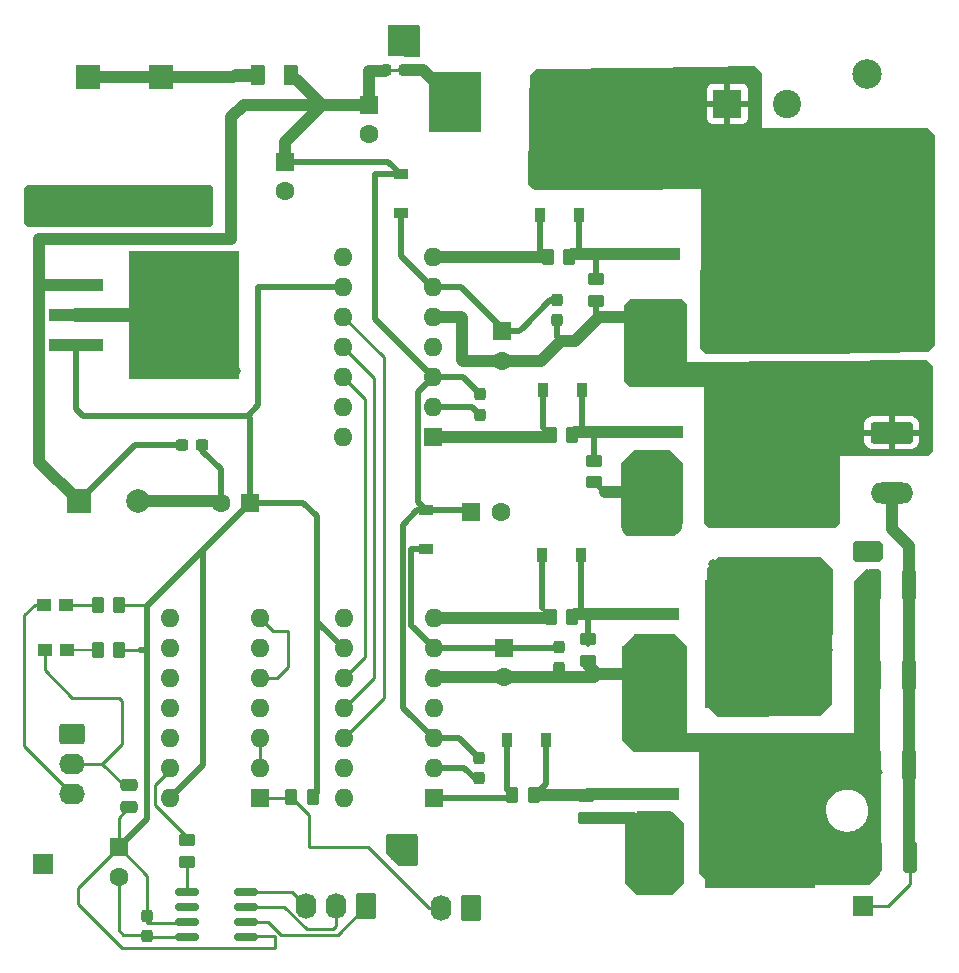
<source format=gtl>
%TF.GenerationSoftware,KiCad,Pcbnew,(6.0.1)*%
%TF.CreationDate,2022-11-04T14:47:35-07:00*%
%TF.ProjectId,TxRev3a,54785265-7633-4612-9e6b-696361645f70,rev?*%
%TF.SameCoordinates,Original*%
%TF.FileFunction,Copper,L1,Top*%
%TF.FilePolarity,Positive*%
%FSLAX46Y46*%
G04 Gerber Fmt 4.6, Leading zero omitted, Abs format (unit mm)*
G04 Created by KiCad (PCBNEW (6.0.1)) date 2022-11-04 14:47:35*
%MOMM*%
%LPD*%
G01*
G04 APERTURE LIST*
G04 Aperture macros list*
%AMRoundRect*
0 Rectangle with rounded corners*
0 $1 Rounding radius*
0 $2 $3 $4 $5 $6 $7 $8 $9 X,Y pos of 4 corners*
0 Add a 4 corners polygon primitive as box body*
4,1,4,$2,$3,$4,$5,$6,$7,$8,$9,$2,$3,0*
0 Add four circle primitives for the rounded corners*
1,1,$1+$1,$2,$3*
1,1,$1+$1,$4,$5*
1,1,$1+$1,$6,$7*
1,1,$1+$1,$8,$9*
0 Add four rect primitives between the rounded corners*
20,1,$1+$1,$2,$3,$4,$5,0*
20,1,$1+$1,$4,$5,$6,$7,0*
20,1,$1+$1,$6,$7,$8,$9,0*
20,1,$1+$1,$8,$9,$2,$3,0*%
G04 Aperture macros list end*
%TA.AperFunction,SMDPad,CuDef*%
%ADD10RoundRect,0.225000X-0.225000X-0.250000X0.225000X-0.250000X0.225000X0.250000X-0.225000X0.250000X0*%
%TD*%
%TA.AperFunction,SMDPad,CuDef*%
%ADD11RoundRect,0.250000X0.475000X-0.250000X0.475000X0.250000X-0.475000X0.250000X-0.475000X-0.250000X0*%
%TD*%
%TA.AperFunction,SMDPad,CuDef*%
%ADD12RoundRect,0.250000X0.325000X1.100000X-0.325000X1.100000X-0.325000X-1.100000X0.325000X-1.100000X0*%
%TD*%
%TA.AperFunction,ComponentPad*%
%ADD13R,2.400000X2.400000*%
%TD*%
%TA.AperFunction,ComponentPad*%
%ADD14C,2.400000*%
%TD*%
%TA.AperFunction,SMDPad,CuDef*%
%ADD15R,0.900000X1.200000*%
%TD*%
%TA.AperFunction,SMDPad,CuDef*%
%ADD16R,1.200000X0.900000*%
%TD*%
%TA.AperFunction,SMDPad,CuDef*%
%ADD17RoundRect,0.150000X-0.825000X-0.150000X0.825000X-0.150000X0.825000X0.150000X-0.825000X0.150000X0*%
%TD*%
%TA.AperFunction,SMDPad,CuDef*%
%ADD18R,4.600000X1.100000*%
%TD*%
%TA.AperFunction,SMDPad,CuDef*%
%ADD19R,9.400000X10.800000*%
%TD*%
%TA.AperFunction,ComponentPad*%
%ADD20R,1.600000X1.600000*%
%TD*%
%TA.AperFunction,ComponentPad*%
%ADD21C,1.600000*%
%TD*%
%TA.AperFunction,SMDPad,CuDef*%
%ADD22RoundRect,0.250000X-0.262500X-0.450000X0.262500X-0.450000X0.262500X0.450000X-0.262500X0.450000X0*%
%TD*%
%TA.AperFunction,SMDPad,CuDef*%
%ADD23R,4.500000X5.100000*%
%TD*%
%TA.AperFunction,ComponentPad*%
%ADD24RoundRect,0.250000X0.620000X0.845000X-0.620000X0.845000X-0.620000X-0.845000X0.620000X-0.845000X0*%
%TD*%
%TA.AperFunction,ComponentPad*%
%ADD25O,1.740000X2.190000*%
%TD*%
%TA.AperFunction,SMDPad,CuDef*%
%ADD26RoundRect,0.250000X0.262500X0.450000X-0.262500X0.450000X-0.262500X-0.450000X0.262500X-0.450000X0*%
%TD*%
%TA.AperFunction,ComponentPad*%
%ADD27R,2.000000X2.000000*%
%TD*%
%TA.AperFunction,ComponentPad*%
%ADD28C,2.000000*%
%TD*%
%TA.AperFunction,SMDPad,CuDef*%
%ADD29RoundRect,0.250000X-0.450000X0.262500X-0.450000X-0.262500X0.450000X-0.262500X0.450000X0.262500X0*%
%TD*%
%TA.AperFunction,SMDPad,CuDef*%
%ADD30RoundRect,0.237500X-0.237500X0.300000X-0.237500X-0.300000X0.237500X-0.300000X0.237500X0.300000X0*%
%TD*%
%TA.AperFunction,ComponentPad*%
%ADD31R,1.700000X1.700000*%
%TD*%
%TA.AperFunction,SMDPad,CuDef*%
%ADD32R,1.200000X1.050000*%
%TD*%
%TA.AperFunction,SMDPad,CuDef*%
%ADD33RoundRect,0.250000X-0.375000X-0.625000X0.375000X-0.625000X0.375000X0.625000X-0.375000X0.625000X0*%
%TD*%
%TA.AperFunction,ComponentPad*%
%ADD34O,1.600000X1.600000*%
%TD*%
%TA.AperFunction,ComponentPad*%
%ADD35RoundRect,0.250000X-1.550000X0.650000X-1.550000X-0.650000X1.550000X-0.650000X1.550000X0.650000X0*%
%TD*%
%TA.AperFunction,ComponentPad*%
%ADD36O,3.600000X1.800000*%
%TD*%
%TA.AperFunction,ComponentPad*%
%ADD37RoundRect,0.250000X-0.845000X0.620000X-0.845000X-0.620000X0.845000X-0.620000X0.845000X0.620000X0*%
%TD*%
%TA.AperFunction,ComponentPad*%
%ADD38O,2.190000X1.740000*%
%TD*%
%TA.AperFunction,SMDPad,CuDef*%
%ADD39R,2.000000X2.000000*%
%TD*%
%TA.AperFunction,SMDPad,CuDef*%
%ADD40RoundRect,0.237500X-0.300000X-0.237500X0.300000X-0.237500X0.300000X0.237500X-0.300000X0.237500X0*%
%TD*%
%TA.AperFunction,ViaPad*%
%ADD41C,0.800000*%
%TD*%
%TA.AperFunction,ViaPad*%
%ADD42C,2.500000*%
%TD*%
%TA.AperFunction,Conductor*%
%ADD43C,1.016000*%
%TD*%
%TA.AperFunction,Conductor*%
%ADD44C,0.250000*%
%TD*%
%TA.AperFunction,Conductor*%
%ADD45C,0.508000*%
%TD*%
%TA.AperFunction,Conductor*%
%ADD46C,1.168400*%
%TD*%
%TA.AperFunction,Conductor*%
%ADD47C,0.500000*%
%TD*%
%TA.AperFunction,Conductor*%
%ADD48C,1.060000*%
%TD*%
%TA.AperFunction,Conductor*%
%ADD49C,0.200000*%
%TD*%
G04 APERTURE END LIST*
D10*
%TO.P,R0,1*%
%TO.N,VCCIN*%
X158483000Y-51257200D03*
%TO.P,R0,2*%
X160033000Y-51257200D03*
%TD*%
D11*
%TO.P,C14,1*%
%TO.N,+5V*%
X136753600Y-113675200D03*
%TO.P,C14,2*%
%TO.N,N/C*%
X136753600Y-111775200D03*
%TD*%
D12*
%TO.P,C4,1*%
%TO.N,Net-(C4-Pad1)*%
X202770003Y-94869000D03*
%TO.P,C4,2*%
%TO.N,Net-(C11-Pad2)*%
X199820000Y-94869000D03*
%TD*%
%TO.P,C5,1*%
%TO.N,Net-(C4-Pad1)*%
X202770000Y-102489000D03*
%TO.P,C5,2*%
%TO.N,Net-(C11-Pad2)*%
X199820000Y-102489000D03*
%TD*%
%TO.P,C6,1*%
%TO.N,Net-(C4-Pad1)*%
X202770000Y-110109000D03*
%TO.P,C6,2*%
%TO.N,Net-(C11-Pad2)*%
X199820000Y-110109000D03*
%TD*%
%TO.P,C7,1*%
%TO.N,Net-(C4-Pad1)*%
X202897000Y-117856000D03*
%TO.P,C7,2*%
%TO.N,Net-(C11-Pad2)*%
X199946997Y-117856000D03*
%TD*%
D13*
%TO.P,C52,1*%
%TO.N,/+12_FIL*%
X187422785Y-54102000D03*
D14*
%TO.P,C52,2*%
%TO.N,GND*%
X192422785Y-54102000D03*
%TD*%
D15*
%TO.P,D1,1,K*%
%TO.N,Net-(D1-Pad1)*%
X171578000Y-63500000D03*
%TO.P,D1,2,A*%
%TO.N,Net-(D1-Pad2)*%
X174878000Y-63500000D03*
%TD*%
%TO.P,D2,1,K*%
%TO.N,Net-(D2-Pad1)*%
X171832000Y-78359000D03*
%TO.P,D2,2,A*%
%TO.N,Net-(D2-Pad2)*%
X175132000Y-78359000D03*
%TD*%
D16*
%TO.P,D3,1,K*%
%TO.N,Net-(C1-Pad1)*%
X159766000Y-63372000D03*
%TO.P,D3,2,A*%
%TO.N,VCCIN*%
X159766000Y-60072000D03*
%TD*%
D15*
%TO.P,D4,1,K*%
%TO.N,Net-(D4-Pad1)*%
X168730000Y-107950000D03*
%TO.P,D4,2,A*%
%TO.N,Net-(D4-Pad2)*%
X172030000Y-107950000D03*
%TD*%
%TO.P,D5,1,K*%
%TO.N,Net-(D5-Pad1)*%
X171705000Y-92329000D03*
%TO.P,D5,2,A*%
%TO.N,Net-(D5-Pad2)*%
X175005000Y-92329000D03*
%TD*%
D16*
%TO.P,D6,1,K*%
%TO.N,Net-(C11-Pad1)*%
X161925000Y-91820000D03*
%TO.P,D6,2,A*%
%TO.N,VCCIN*%
X161925000Y-88520000D03*
%TD*%
D17*
%TO.P,U4,1,OUT1*%
%TO.N,Net-(R10-Pad2)*%
X141670000Y-120800500D03*
%TO.P,U4,2,OUT0*%
%TO.N,unconnected-(U4-Pad2)*%
X141670000Y-122070500D03*
%TO.P,U4,3,VCC*%
%TO.N,+5V*%
X141670000Y-123340500D03*
%TO.P,U4,4,GND*%
%TO.N,GND*%
X141670000Y-124610500D03*
%TO.P,U4,5,CTRL0*%
%TO.N,+5V*%
X146620000Y-124610500D03*
%TO.P,U4,6,CTRL1*%
%TO.N,GND*%
X146620000Y-123340500D03*
%TO.P,U4,7,SDA*%
%TO.N,Net-(J5-Pad2)*%
X146620000Y-122070500D03*
%TO.P,U4,8,SCL*%
%TO.N,Net-(J5-Pad3)*%
X146620000Y-120800500D03*
%TD*%
D18*
%TO.P,U7,1,VI*%
%TO.N,VCCIN*%
X132274000Y-69469000D03*
D19*
%TO.P,U7,2,GND*%
%TO.N,GND*%
X141424000Y-72009000D03*
D18*
X132274000Y-72009000D03*
%TO.P,U7,3,VO*%
%TO.N,+5V*%
X132274000Y-74549000D03*
%TD*%
D20*
%TO.P,C9,1*%
%TO.N,Net-(C11-Pad1)*%
X168475000Y-100140888D03*
D21*
%TO.P,C9,2*%
%TO.N,Net-(C11-Pad2)*%
X168475000Y-102640888D03*
%TD*%
D22*
%TO.P,R2,1*%
%TO.N,Net-(D2-Pad1)*%
X172442500Y-82169000D03*
%TO.P,R2,2*%
%TO.N,Net-(D2-Pad2)*%
X174267500Y-82169000D03*
%TD*%
D23*
%TO.P,L2,1*%
%TO.N,/+12_FIL*%
X173183000Y-53975000D03*
%TO.P,L2,2*%
%TO.N,VCCIN*%
X164383000Y-53975000D03*
%TD*%
D24*
%TO.P,SW1,1,A*%
%TO.N,GND*%
X165735000Y-122154000D03*
D25*
%TO.P,SW1,2,B*%
%TO.N,Net-(D7-Pad1)*%
X163195000Y-122154000D03*
%TD*%
D26*
%TO.P,R13,1*%
%TO.N,+5V*%
X135913500Y-100330000D03*
%TO.P,R13,2*%
%TO.N,Net-(D8-Pad2)*%
X134088500Y-100330000D03*
%TD*%
D27*
%TO.P,C12,1*%
%TO.N,VCCIN*%
X132506323Y-87757000D03*
D28*
%TO.P,C12,2*%
%TO.N,GND*%
X137506323Y-87757000D03*
%TD*%
D29*
%TO.P,R5,1*%
%TO.N,Net-(D1-Pad2)*%
X176276000Y-68937500D03*
%TO.P,R5,2*%
%TO.N,Net-(C1-Pad2)*%
X176276000Y-70762500D03*
%TD*%
D30*
%TO.P,C8,1*%
%TO.N,VCCIN*%
X166370000Y-109475100D03*
%TO.P,C8,2*%
%TO.N,GND*%
X166370000Y-111200100D03*
%TD*%
D31*
%TO.P,TP2,1,1*%
%TO.N,Net-(C4-Pad1)*%
X198882000Y-122047000D03*
%TD*%
D20*
%TO.P,C13,1*%
%TO.N,VCCIN*%
X149987000Y-59015621D03*
D21*
%TO.P,C13,2*%
%TO.N,GND*%
X149987000Y-61515625D03*
%TD*%
D32*
%TO.P,D8,1*%
%TO.N,GND*%
X129606000Y-100330000D03*
%TO.P,D8,2*%
%TO.N,Net-(D8-Pad2)*%
X131506000Y-100330000D03*
%TD*%
D30*
%TO.P,C3,1*%
%TO.N,VCCIN*%
X166471600Y-78690300D03*
%TO.P,C3,2*%
%TO.N,GND*%
X166471600Y-80415300D03*
%TD*%
D22*
%TO.P,R1,1*%
%TO.N,Net-(D1-Pad1)*%
X172188500Y-67056000D03*
%TO.P,R1,2*%
%TO.N,Net-(D1-Pad2)*%
X174013500Y-67056000D03*
%TD*%
D33*
%TO.P,F1,1*%
%TO.N,Net-(F1-Pad1)*%
X147647200Y-51663600D03*
%TO.P,F1,2*%
%TO.N,VCCIN*%
X150447200Y-51663600D03*
%TD*%
D20*
%TO.P,C1,1*%
%TO.N,Net-(C1-Pad1)*%
X168348000Y-73343897D03*
D21*
%TO.P,C1,2*%
%TO.N,Net-(C1-Pad2)*%
X168348000Y-75843888D03*
%TD*%
D29*
%TO.P,R7,1*%
%TO.N,Net-(D5-Pad2)*%
X175641000Y-99417500D03*
%TO.P,R7,2*%
%TO.N,Net-(C11-Pad2)*%
X175641000Y-101242500D03*
%TD*%
D20*
%TO.P,C17,1*%
%TO.N,+5V*%
X135890000Y-117031897D03*
D21*
%TO.P,C17,2*%
%TO.N,GND*%
X135890000Y-119531888D03*
%TD*%
D30*
%TO.P,C18,1*%
%TO.N,+5V*%
X138277600Y-122835500D03*
%TO.P,C18,2*%
%TO.N,GND*%
X138277600Y-124560500D03*
%TD*%
D20*
%TO.P,U2,1*%
%TO.N,Net-(D7-Pad1)*%
X147818000Y-112879000D03*
D34*
%TO.P,U2,2*%
%TO.N,Net-(U2-Pad2)*%
X147818000Y-110339000D03*
%TO.P,U2,3*%
X147818000Y-107799000D03*
%TO.P,U2,4*%
%TO.N,Net-(U1-Pad11)*%
X147818000Y-105259000D03*
%TO.P,U2,5*%
%TO.N,GND*%
X147818000Y-102719000D03*
%TO.P,U2,6*%
%TO.N,unconnected-(U2-Pad6)*%
X147818000Y-100179000D03*
%TO.P,U2,7,GND*%
%TO.N,GND*%
X147818000Y-97639000D03*
%TO.P,U2,8*%
%TO.N,unconnected-(U2-Pad8)*%
X140198000Y-97639000D03*
%TO.P,U2,9*%
%TO.N,GND*%
X140198000Y-100179000D03*
%TO.P,U2,10*%
%TO.N,Net-(U1-Pad12)*%
X140198000Y-102719000D03*
%TO.P,U2,11*%
%TO.N,Net-(U1-Pad10)*%
X140198000Y-105259000D03*
%TO.P,U2,12*%
X140198000Y-107799000D03*
%TO.P,U2,13*%
%TO.N,Net-(J3-Pad1)*%
X140198000Y-110339000D03*
%TO.P,U2,14,VCC*%
%TO.N,+5V*%
X140198000Y-112879000D03*
%TD*%
D18*
%TO.P,Q3,1,G*%
%TO.N,Net-(D5-Pad2)*%
X181042000Y-97282000D03*
D19*
%TO.P,Q3,2,D*%
%TO.N,/+12_FIL*%
X190192000Y-99822000D03*
D18*
%TO.P,Q3,3,S*%
%TO.N,Net-(C11-Pad2)*%
X181042000Y-102362000D03*
%TD*%
D20*
%TO.P,U1,1,LO*%
%TO.N,Net-(D2-Pad1)*%
X162496000Y-82301000D03*
D34*
%TO.P,U1,2,COM*%
%TO.N,GND*%
X162496000Y-79761000D03*
%TO.P,U1,3,VC*%
%TO.N,VCCIN*%
X162496000Y-77221000D03*
%TO.P,U1,4*%
%TO.N,N/C*%
X162496000Y-74681000D03*
%TO.P,U1,5,VS*%
%TO.N,Net-(C1-Pad2)*%
X162496000Y-72141000D03*
%TO.P,U1,6,VB*%
%TO.N,Net-(C1-Pad1)*%
X162496000Y-69601000D03*
%TO.P,U1,7,HO*%
%TO.N,Net-(D1-Pad1)*%
X162496000Y-67061000D03*
%TO.P,U1,8*%
%TO.N,N/C*%
X154876000Y-67061000D03*
%TO.P,U1,9,VDD*%
%TO.N,+5V*%
X154876000Y-69601000D03*
%TO.P,U1,10,HIN*%
%TO.N,Net-(U1-Pad10)*%
X154876000Y-72141000D03*
%TO.P,U1,11,SD*%
%TO.N,Net-(U1-Pad11)*%
X154876000Y-74681000D03*
%TO.P,U1,12,LIN*%
%TO.N,Net-(U1-Pad12)*%
X154876000Y-77221000D03*
%TO.P,U1,13*%
%TO.N,N/C*%
X154876000Y-79761000D03*
%TO.P,U1,14*%
X154876000Y-82301000D03*
%TD*%
D18*
%TO.P,Q1,1,G*%
%TO.N,Net-(D1-Pad2)*%
X181157000Y-66821000D03*
D19*
%TO.P,Q1,2,D*%
%TO.N,/+12_FIL*%
X190307000Y-69361000D03*
D18*
%TO.P,Q1,3,S*%
%TO.N,Net-(C1-Pad2)*%
X181157000Y-71901000D03*
%TD*%
D35*
%TO.P,J2,1,Pin_1*%
%TO.N,Net-(C1-Pad2)*%
X201314500Y-81932500D03*
D36*
%TO.P,J2,2,Pin_2*%
%TO.N,Net-(C4-Pad1)*%
X201314500Y-87012500D03*
%TD*%
D18*
%TO.P,Q4,1,G*%
%TO.N,Net-(D4-Pad2)*%
X181054000Y-112541000D03*
D19*
%TO.P,Q4,2,D*%
%TO.N,Net-(C11-Pad2)*%
X190204000Y-115081000D03*
D18*
%TO.P,Q4,3,S*%
%TO.N,GND*%
X181054000Y-117621000D03*
%TD*%
D37*
%TO.P,J3,1,Pin_1*%
%TO.N,Net-(J3-Pad1)*%
X131933000Y-107442000D03*
D38*
%TO.P,J3,2,Pin_2*%
%TO.N,GND*%
X131933010Y-109982000D03*
%TO.P,J3,3,Pin_3*%
%TO.N,Net-(D7-Pad1)*%
X131933000Y-112522000D03*
%TD*%
D26*
%TO.P,R9,1*%
%TO.N,+5V*%
X152296500Y-112776000D03*
%TO.P,R9,2*%
%TO.N,Net-(D7-Pad1)*%
X150471500Y-112776000D03*
%TD*%
D18*
%TO.P,Q2,1,G*%
%TO.N,Net-(D2-Pad2)*%
X181338012Y-81896001D03*
D19*
%TO.P,Q2,2,D*%
%TO.N,Net-(C1-Pad2)*%
X190488012Y-84436001D03*
D18*
%TO.P,Q2,3,S*%
%TO.N,GND*%
X181338012Y-86976001D03*
%TD*%
D29*
%TO.P,R10,1*%
%TO.N,Net-(J3-Pad1)*%
X141681200Y-116435500D03*
%TO.P,R10,2*%
%TO.N,Net-(R10-Pad2)*%
X141681200Y-118260500D03*
%TD*%
D39*
%TO.P,J4,1,1_1*%
%TO.N,Net-(F1-Pad1)*%
X133285992Y-51822999D03*
%TO.P,J4,2,1_2*%
X139435992Y-51822999D03*
%TO.P,J4,3,2*%
%TO.N,GND*%
X133285992Y-62822999D03*
%TO.P,J4,4,3*%
X139435992Y-62822999D03*
%TD*%
D20*
%TO.P,C50,1*%
%TO.N,+5V*%
X147025995Y-87884000D03*
D21*
%TO.P,C50,2*%
%TO.N,GND*%
X144526000Y-87884000D03*
%TD*%
D29*
%TO.P,R6,1*%
%TO.N,Net-(D2-Pad2)*%
X176149000Y-84304500D03*
%TO.P,R6,2*%
%TO.N,GND*%
X176149000Y-86129500D03*
%TD*%
D31*
%TO.P,TP1,1,1*%
%TO.N,Net-(J3-Pad1)*%
X129500000Y-118500000D03*
%TD*%
D20*
%TO.P,C2,1*%
%TO.N,VCCIN*%
X157099000Y-54189621D03*
D21*
%TO.P,C2,2*%
%TO.N,GND*%
X157099000Y-56689625D03*
%TD*%
D30*
%TO.P,C10,1*%
%TO.N,Net-(C1-Pad1)*%
X173024800Y-70714700D03*
%TO.P,C10,2*%
%TO.N,Net-(C1-Pad2)*%
X173024800Y-72439700D03*
%TD*%
%TO.P,C11,1*%
%TO.N,Net-(C11-Pad1)*%
X173177200Y-100127900D03*
%TO.P,C11,2*%
%TO.N,Net-(C11-Pad2)*%
X173177200Y-101852900D03*
%TD*%
D40*
%TO.P,C51,1*%
%TO.N,VCCIN*%
X141225100Y-83007200D03*
%TO.P,C51,2*%
%TO.N,GND*%
X142950100Y-83007200D03*
%TD*%
D22*
%TO.P,R4,1*%
%TO.N,Net-(D5-Pad1)*%
X172442505Y-97536000D03*
%TO.P,R4,2*%
%TO.N,Net-(D5-Pad2)*%
X174267500Y-97536000D03*
%TD*%
D20*
%TO.P,U3,1,LO*%
%TO.N,Net-(D4-Pad1)*%
X162550000Y-112908000D03*
D34*
%TO.P,U3,2,COM*%
%TO.N,GND*%
X162550000Y-110368000D03*
%TO.P,U3,3,VC*%
%TO.N,VCCIN*%
X162550000Y-107828000D03*
%TO.P,U3,4*%
%TO.N,N/C*%
X162550000Y-105288000D03*
%TO.P,U3,5,VS*%
%TO.N,Net-(C11-Pad2)*%
X162549992Y-102748004D03*
%TO.P,U3,6,VB*%
%TO.N,Net-(C11-Pad1)*%
X162549992Y-100208004D03*
%TO.P,U3,7,HO*%
%TO.N,Net-(D5-Pad1)*%
X162550000Y-97668000D03*
%TO.P,U3,8*%
%TO.N,N/C*%
X154930000Y-97668000D03*
%TO.P,U3,9,VDD*%
%TO.N,+5V*%
X154929992Y-100208004D03*
%TO.P,U3,10,HIN*%
%TO.N,Net-(U1-Pad12)*%
X154930000Y-102748000D03*
%TO.P,U3,11,SD*%
%TO.N,Net-(U1-Pad11)*%
X154929992Y-105288004D03*
%TO.P,U3,12,LIN*%
%TO.N,Net-(U1-Pad10)*%
X154930000Y-107828000D03*
%TO.P,U3,13*%
%TO.N,N/C*%
X154930000Y-110368000D03*
%TO.P,U3,14*%
X154930000Y-112908000D03*
%TD*%
D24*
%TO.P,J5,1,Pin_1*%
%TO.N,GND*%
X156845000Y-122027010D03*
D25*
%TO.P,J5,2,Pin_2*%
%TO.N,Net-(J5-Pad2)*%
X154305000Y-122027000D03*
%TO.P,J5,3,Pin_3*%
%TO.N,Net-(J5-Pad3)*%
X151765000Y-122027000D03*
%TD*%
D20*
%TO.P,C16,1*%
%TO.N,VCCIN*%
X165735000Y-88646000D03*
D21*
%TO.P,C16,2*%
%TO.N,GND*%
X168235000Y-88646000D03*
%TD*%
D32*
%TO.P,D7,1*%
%TO.N,Net-(D7-Pad1)*%
X129550000Y-96500000D03*
%TO.P,D7,2*%
%TO.N,Net-(D7-Pad2)*%
X131450000Y-96500000D03*
%TD*%
D29*
%TO.P,R8,1*%
%TO.N,Net-(D4-Pad2)*%
X175460000Y-112729000D03*
%TO.P,R8,2*%
%TO.N,GND*%
X175460000Y-114554000D03*
%TD*%
D26*
%TO.P,R12,1*%
%TO.N,+5V*%
X135942500Y-96525000D03*
%TO.P,R12,2*%
%TO.N,Net-(D7-Pad2)*%
X134117500Y-96525000D03*
%TD*%
%TO.P,R3,1*%
%TO.N,Net-(D4-Pad2)*%
X171038500Y-112649000D03*
%TO.P,R3,2*%
%TO.N,Net-(D4-Pad1)*%
X169213500Y-112649000D03*
%TD*%
D41*
%TO.N,GND*%
X179499997Y-118999991D03*
X179499997Y-114500000D03*
X180975000Y-89662000D03*
D42*
X199237600Y-51612800D03*
D41*
X182499991Y-119999989D03*
X144272000Y-76708000D03*
X139446000Y-67564000D03*
X142875000Y-62611000D03*
X137922000Y-72009000D03*
X180999994Y-115999997D03*
X180999994Y-119999989D03*
X180999994Y-114500000D03*
X182499991Y-115999997D03*
X139573000Y-72009000D03*
X128905000Y-62611000D03*
X135763000Y-62611000D03*
X182372000Y-89662000D03*
X199186800Y-92100400D03*
X131064000Y-63754000D03*
X140970000Y-67564000D03*
X180975000Y-84201000D03*
X179578000Y-85344000D03*
X180999994Y-118999991D03*
X180975000Y-85344000D03*
X135763000Y-63754000D03*
X141224000Y-76708000D03*
X141732000Y-62611000D03*
X145796000Y-76708000D03*
X139573000Y-76708000D03*
X142875000Y-63754000D03*
X142494000Y-67564000D03*
X137033000Y-62611000D03*
X182372000Y-85344000D03*
X130048000Y-62611000D03*
X142748000Y-76708000D03*
X179578000Y-89662000D03*
X145669000Y-67564000D03*
D42*
X160020000Y-48717200D03*
D41*
X137033000Y-63754000D03*
X145669000Y-72009000D03*
X144145000Y-72009000D03*
X179578000Y-84201000D03*
X137922000Y-67564000D03*
X179578000Y-88392000D03*
X182499991Y-118999991D03*
X142494000Y-72009000D03*
X179499997Y-115999997D03*
X130048000Y-63754000D03*
X180975000Y-88392000D03*
X128905000Y-63754000D03*
X141097000Y-72009000D03*
X130556000Y-72009000D03*
X182499991Y-114500000D03*
X182372000Y-88392000D03*
X179499997Y-119999989D03*
X182372000Y-84201000D03*
D42*
X159867600Y-117195600D03*
D41*
X133731000Y-72009000D03*
X141732000Y-63754000D03*
X131064000Y-62611000D03*
X144145000Y-67564000D03*
X137668000Y-76708000D03*
%TO.N,Net-(C11-Pad2)*%
X189992000Y-116205000D03*
X191262000Y-112776000D03*
X189992000Y-113919000D03*
X188722000Y-110490000D03*
X188722000Y-115062000D03*
X188722000Y-119634000D03*
X188722000Y-117348000D03*
X192532000Y-111633000D03*
X193802000Y-112776000D03*
X187452000Y-111633000D03*
X193802000Y-117348000D03*
X193802000Y-119634000D03*
X192532000Y-118491000D03*
X191262000Y-119634000D03*
X192532000Y-113919000D03*
X186182000Y-115062000D03*
X191262000Y-110490000D03*
X186182000Y-117348000D03*
X187452000Y-116205000D03*
X187452000Y-118491000D03*
X193802000Y-110490000D03*
X193802000Y-115062000D03*
X186182000Y-110490000D03*
X186182000Y-112776000D03*
X186182000Y-119634000D03*
X188722000Y-112776000D03*
X191262000Y-115062000D03*
X189992000Y-111633000D03*
X189992000Y-118491000D03*
X191262000Y-117348000D03*
X187452000Y-113919000D03*
X192532000Y-116205000D03*
%TO.N,Net-(C1-Pad2)*%
X191770000Y-82296000D03*
X194310000Y-89154000D03*
X186690000Y-80010000D03*
X189230000Y-89154000D03*
X189230000Y-82296000D03*
X187960000Y-83439000D03*
X193040000Y-85725000D03*
X191770000Y-84582000D03*
X191770000Y-89154000D03*
X187960000Y-88011000D03*
X189230000Y-80010000D03*
X194310000Y-80010000D03*
X193040000Y-81153000D03*
X190500000Y-81153000D03*
X190500000Y-88011000D03*
X187960000Y-85725000D03*
X194310000Y-82296000D03*
X186690000Y-82296000D03*
X191770000Y-80010000D03*
X186690000Y-89154000D03*
X186690000Y-84582000D03*
X191770000Y-86868000D03*
X186690000Y-86868000D03*
X187960000Y-81153000D03*
X189230000Y-86868000D03*
X194310000Y-84582000D03*
X194310000Y-86868000D03*
X193040000Y-88011000D03*
X190500000Y-83439000D03*
X190500000Y-85725000D03*
X189230000Y-84582000D03*
X193040000Y-83439000D03*
%TO.N,/+12_FIL*%
X188976000Y-67056000D03*
X192532000Y-68199000D03*
X193675000Y-67056000D03*
X187071000Y-99822000D03*
X195199000Y-102743000D03*
X190627000Y-93091000D03*
X189103000Y-93091000D03*
X191389000Y-67056000D03*
X190246000Y-65913000D03*
X193675000Y-69342000D03*
X195961000Y-100330000D03*
X187833000Y-70485000D03*
X187071000Y-98171000D03*
X188976000Y-71628000D03*
X189992000Y-104267000D03*
X176657000Y-59563000D03*
X188976000Y-64770000D03*
X193675000Y-71628000D03*
X176657000Y-57658000D03*
X187960000Y-72771000D03*
X191389000Y-69342000D03*
X192532000Y-65913000D03*
X192913000Y-99822000D03*
X186690000Y-67056000D03*
X189992000Y-98171000D03*
X187706000Y-93091000D03*
X190246000Y-68199000D03*
X192913000Y-101346000D03*
X176657000Y-52070000D03*
X189992000Y-99822000D03*
X192913000Y-96647000D03*
X193675000Y-93091000D03*
X189992000Y-101346000D03*
X187071000Y-96647000D03*
X195199000Y-99568000D03*
X195199000Y-95250000D03*
X189865000Y-95250000D03*
X192786000Y-95250000D03*
X186815400Y-73783495D03*
X187833000Y-65913000D03*
X190246000Y-70485000D03*
X187071000Y-101346000D03*
X191382294Y-73783495D03*
X187071000Y-102870000D03*
X189992000Y-96647000D03*
X192532000Y-72771000D03*
X186944000Y-95250000D03*
X192913000Y-102870000D03*
X176657000Y-55753000D03*
X195199000Y-97917000D03*
X186817000Y-71628000D03*
X195199000Y-93091000D03*
X192913000Y-98171000D03*
X188976000Y-69342000D03*
X186690000Y-64770000D03*
X186817000Y-69342000D03*
X193675000Y-73787000D03*
X187071000Y-104267000D03*
X195961000Y-96012000D03*
X187833000Y-68199000D03*
X192913000Y-104267000D03*
X195199000Y-96647000D03*
X195834000Y-101854000D03*
X186182000Y-93091000D03*
X192532000Y-70485000D03*
X176657000Y-53848000D03*
X195961000Y-98806000D03*
X195199000Y-104394000D03*
X192151000Y-93076547D03*
X191389000Y-71628000D03*
X188966526Y-73783495D03*
X195834000Y-103632000D03*
X195199000Y-101092000D03*
X193675000Y-64770000D03*
X190246000Y-72771000D03*
X189992000Y-102870000D03*
X191389000Y-64770000D03*
X195961000Y-97282000D03*
%TD*%
D43*
%TO.N,VCCIN*%
X161665200Y-51257200D02*
X160033000Y-51257200D01*
D44*
X161817600Y-51409600D02*
X161665200Y-51257200D01*
X158483000Y-51257200D02*
X160033000Y-51257200D01*
D43*
X157099000Y-51333400D02*
X158406800Y-51333400D01*
D44*
X158406800Y-51333400D02*
X158483000Y-51257200D01*
X161614400Y-51206400D02*
X161817600Y-51409600D01*
X157099000Y-51333400D02*
X157226000Y-51206400D01*
D43*
X157099000Y-54189621D02*
X157099000Y-51333400D01*
X161817600Y-51409600D02*
X164383000Y-53975000D01*
D44*
X157099000Y-54189621D02*
X157099000Y-54025800D01*
D45*
X158709621Y-59015621D02*
X159766000Y-60072000D01*
X149987000Y-59015621D02*
X158709621Y-59015621D01*
D44*
%TO.N,+5V*%
X135890000Y-114538800D02*
X135890000Y-117031897D01*
X136753600Y-113675200D02*
X135890000Y-114538800D01*
D45*
%TO.N,VCCIN*%
X159947480Y-89734520D02*
X159947480Y-105225480D01*
X161925000Y-88519991D02*
X165608991Y-88519991D01*
X162495992Y-77221004D02*
X157571999Y-72297011D01*
D43*
X129159000Y-65532000D02*
X145415000Y-65532000D01*
X149987000Y-59015630D02*
X149987000Y-57328257D01*
X146470370Y-54189630D02*
X153125627Y-54189630D01*
X129159000Y-84409686D02*
X132506314Y-87757000D01*
D44*
X157099000Y-54189621D02*
X153125636Y-54189621D01*
D45*
X159947483Y-105225469D02*
X162549992Y-107828004D01*
X164722904Y-107828004D02*
X166370000Y-109475100D01*
D44*
X150751997Y-51816000D02*
X151005997Y-52070000D01*
D43*
X149987000Y-57328257D02*
X153125627Y-54189630D01*
D44*
X137270515Y-83007200D02*
X137263327Y-83000012D01*
D45*
X161242489Y-78474507D02*
X161242489Y-87837489D01*
X141225100Y-83007200D02*
X137270515Y-83007200D01*
X159766000Y-60071991D02*
X157571999Y-60071991D01*
D43*
X153125627Y-54189630D02*
X157099000Y-54189630D01*
X129159000Y-69469000D02*
X129159000Y-84409686D01*
D45*
X157571999Y-72297011D02*
X157571999Y-60071991D01*
D43*
X151005997Y-52070000D02*
X153125627Y-54189630D01*
X145415000Y-55245000D02*
X146470370Y-54189630D01*
D45*
X162495992Y-77221004D02*
X161242489Y-78474507D01*
X161162009Y-88519991D02*
X159947480Y-89734520D01*
D44*
X164573991Y-107828004D02*
X164722904Y-107828004D01*
D43*
X129159000Y-69469000D02*
X129159000Y-65532000D01*
D45*
X162549992Y-107828004D02*
X164573991Y-107828004D01*
D44*
X153125636Y-54189621D02*
X153125627Y-54189630D01*
D45*
X132506314Y-87757000D02*
X137263327Y-83000012D01*
D43*
X145415000Y-65532000D02*
X145415000Y-55245000D01*
D45*
X162496000Y-77221000D02*
X165002300Y-77221000D01*
X161242489Y-87837489D02*
X161925000Y-88520000D01*
D43*
X132274005Y-69469000D02*
X129159000Y-69469000D01*
D44*
X161371489Y-87966489D02*
X161925000Y-88520000D01*
D45*
X161925000Y-88519991D02*
X161162009Y-88519991D01*
X165002300Y-77221000D02*
X166471600Y-78690300D01*
D43*
%TO.N,GND*%
X177014505Y-86995000D02*
X181042005Y-86995000D01*
D44*
X181054000Y-117621000D02*
X181054000Y-117554000D01*
X179500000Y-114500000D02*
X182500000Y-114500000D01*
X139648000Y-62611000D02*
X139436000Y-62823000D01*
X136144000Y-104648000D02*
X136144000Y-108331000D01*
X182500000Y-119000000D02*
X183000000Y-118500000D01*
D45*
X162496000Y-79761000D02*
X165817300Y-79761000D01*
D44*
X146620000Y-123340500D02*
X148487217Y-123340500D01*
D43*
X175460000Y-114554000D02*
X179445996Y-114554000D01*
D44*
X166013300Y-111200100D02*
X166370000Y-111200100D01*
X131953000Y-104394000D02*
X135890000Y-104394000D01*
X181054000Y-117621000D02*
X181378987Y-117621000D01*
X148942511Y-98763511D02*
X150173111Y-98763511D01*
X179446000Y-114554000D02*
X179500000Y-114500000D01*
D43*
X137506329Y-87757000D02*
X144399000Y-87757000D01*
D45*
X165817300Y-79761000D02*
X166471600Y-80415300D01*
D44*
X148487217Y-123340500D02*
X149596237Y-124449520D01*
X179578000Y-84201000D02*
X179578000Y-89662000D01*
X129606000Y-100330000D02*
X129606000Y-102047000D01*
X136271000Y-124460000D02*
X138303000Y-124460000D01*
X150173111Y-98763511D02*
X150215600Y-98806000D01*
X183000000Y-118500000D02*
X183000000Y-118000000D01*
D45*
X144526000Y-85041003D02*
X144526000Y-87884000D01*
D44*
X142950100Y-83007200D02*
X142950100Y-83465103D01*
D46*
X132274005Y-72009000D02*
X133731000Y-72009000D01*
D44*
X180975000Y-84201000D02*
X180975000Y-89662000D01*
X182372000Y-84201000D02*
X182372000Y-88392000D01*
X128905000Y-63754000D02*
X142875000Y-63754000D01*
X140367000Y-63754000D02*
X139436000Y-62823000D01*
D46*
X133731000Y-72009000D02*
X137922000Y-72009000D01*
D44*
X129606000Y-102047000D02*
X131953000Y-104394000D01*
X144399000Y-87757000D02*
X144526000Y-87884000D01*
X138453500Y-124610500D02*
X141670000Y-124610500D01*
X181054000Y-117554000D02*
X181000000Y-117608000D01*
D45*
X176149000Y-86129495D02*
X177014505Y-86995000D01*
D44*
X139436000Y-62823000D02*
X129117000Y-62823000D01*
X150215600Y-98806000D02*
X150215600Y-101803200D01*
X181000000Y-114500000D02*
X181000000Y-120000000D01*
X129117000Y-62823000D02*
X128905000Y-62611000D01*
X136550400Y-112039400D02*
X134493000Y-109982000D01*
X179500000Y-114500000D02*
X179500000Y-120000000D01*
D45*
X142950100Y-83465103D02*
X144526000Y-85041003D01*
D44*
X179500000Y-119000000D02*
X179500000Y-118000000D01*
D45*
X165150800Y-110337600D02*
X166013300Y-111200100D01*
D44*
X149596237Y-124449520D02*
X154422490Y-124449520D01*
X135890000Y-119531888D02*
X135890000Y-124079000D01*
X135890000Y-104394000D02*
X136144000Y-104648000D01*
X147818000Y-97639000D02*
X148942511Y-98763511D01*
X182372000Y-88392000D02*
X182372000Y-89662000D01*
X149299800Y-102719000D02*
X147818000Y-102719000D01*
X181000000Y-117675000D02*
X181054000Y-117621000D01*
X134493000Y-109982000D02*
X131933010Y-109982000D01*
X150215600Y-101803200D02*
X149299800Y-102719000D01*
X141732000Y-62611000D02*
X139648000Y-62611000D01*
X182500000Y-114500000D02*
X182500000Y-120000000D01*
X142875000Y-62611000D02*
X141732000Y-62611000D01*
X136144000Y-108331000D02*
X134493000Y-109982000D01*
X154422490Y-124449520D02*
X156845000Y-122027010D01*
X135890000Y-124079000D02*
X136271000Y-124460000D01*
D45*
X165150800Y-110337600D02*
X162628783Y-110337600D01*
D43*
%TO.N,Net-(C4-Pad1)*%
X201314507Y-90062507D02*
X202770003Y-91518003D01*
X201314507Y-87012501D02*
X201314507Y-90062507D01*
D44*
X202897000Y-120191000D02*
X201041000Y-122047000D01*
X202897000Y-117856000D02*
X202897000Y-120191000D01*
X201041000Y-122047000D02*
X198882000Y-122047000D01*
D43*
X202770003Y-91518003D02*
X202770003Y-95758000D01*
X202819000Y-95836003D02*
X202819000Y-116967000D01*
%TO.N,Net-(C11-Pad2)*%
X176100613Y-102640892D02*
X176379505Y-102362000D01*
X199819997Y-102567003D02*
X199819997Y-110109000D01*
D44*
X192979000Y-117856000D02*
X190204000Y-115081000D01*
D43*
X199819997Y-94869000D02*
X199819997Y-102410997D01*
D44*
X190204000Y-115081000D02*
X190900000Y-115081000D01*
X162657112Y-102640888D02*
X162550000Y-102748000D01*
X199820000Y-94869000D02*
X200157176Y-95206176D01*
X190900000Y-115081000D02*
X193186000Y-115081000D01*
D43*
X162657104Y-102640892D02*
X176100613Y-102640892D01*
X199946997Y-110236000D02*
X199946997Y-117856000D01*
X181042005Y-102362000D02*
X176379505Y-102362000D01*
D44*
X199820000Y-110109000D02*
X200411176Y-110700176D01*
D43*
X176379505Y-102362000D02*
X175641000Y-101623495D01*
X199946997Y-117856000D02*
X192978989Y-117856000D01*
D44*
X199742000Y-102489000D02*
X199820000Y-102567000D01*
X199820000Y-102411000D02*
X199742000Y-102489000D01*
X199820000Y-110109000D02*
X199946997Y-110235997D01*
D47*
%TO.N,Net-(C1-Pad2)*%
X173355000Y-74145000D02*
X173378000Y-74168000D01*
D44*
X173024800Y-73814788D02*
X173355000Y-74144988D01*
D43*
X176530000Y-72159495D02*
X174521495Y-74168000D01*
D44*
X164997888Y-75843888D02*
X164973000Y-75819000D01*
X179646500Y-71901000D02*
X181157000Y-71901000D01*
X164840992Y-72141000D02*
X164973000Y-72273008D01*
D43*
X174521495Y-74168000D02*
X173378012Y-74168000D01*
D45*
X176276000Y-70889495D02*
X176276000Y-71905495D01*
D43*
X168348000Y-75843892D02*
X171656121Y-75843892D01*
X164973000Y-72273008D02*
X164973000Y-75819000D01*
X176530000Y-72159495D02*
X179388008Y-72159495D01*
X168348000Y-75843892D02*
X164997892Y-75843892D01*
D44*
X164968000Y-72268000D02*
X164973000Y-72273000D01*
X176276000Y-71905495D02*
X176530000Y-72159495D01*
D43*
X162495992Y-72141004D02*
X164840996Y-72141004D01*
D44*
X179388000Y-72159500D02*
X179646500Y-71901000D01*
D45*
X173024800Y-72439700D02*
X173024800Y-73814788D01*
D44*
X164841000Y-72141000D02*
X164968000Y-72268000D01*
D43*
X171656121Y-75843892D02*
X173355000Y-74144988D01*
D44*
%TO.N,Net-(C1-Pad1)*%
X168348000Y-73098000D02*
X168348000Y-73343888D01*
D45*
X159766000Y-66998012D02*
X162495992Y-69728004D01*
X170076012Y-73048012D02*
X172409324Y-70714700D01*
X172409324Y-70714700D02*
X173024800Y-70714700D01*
X170076012Y-73048012D02*
X169780102Y-73343897D01*
X164851004Y-69601004D02*
X168348000Y-73098000D01*
X162495992Y-69601004D02*
X164851004Y-69601004D01*
X169780102Y-73343897D02*
X168348000Y-73343897D01*
X159766000Y-63372009D02*
X159766000Y-66998012D01*
%TO.N,Net-(C11-Pad1)*%
X168280884Y-100208004D02*
X168475000Y-100013888D01*
X160655000Y-91820009D02*
X160655000Y-98313011D01*
D44*
X160655000Y-98313012D02*
X160774494Y-98432506D01*
D45*
X162549992Y-100208004D02*
X168280893Y-100208004D01*
X172326884Y-100140897D02*
X168475000Y-100140897D01*
D44*
X173164203Y-100140897D02*
X173177200Y-100127900D01*
D45*
X172326884Y-100140897D02*
X173164203Y-100140897D01*
X160655000Y-91820009D02*
X161925000Y-91820009D01*
X160774482Y-98432518D02*
X162549992Y-100208004D01*
%TO.N,+5V*%
X152654000Y-112418500D02*
X152296500Y-112776000D01*
D44*
X138303000Y-123490000D02*
X141520500Y-123490000D01*
X149098000Y-125603000D02*
X136169400Y-125603000D01*
D45*
X152654000Y-89027000D02*
X152654000Y-97932012D01*
D44*
X141520500Y-123490000D02*
X141670000Y-123340500D01*
D45*
X138283010Y-96627010D02*
X138283010Y-100310010D01*
X151511000Y-87884000D02*
X152654000Y-89027000D01*
X147706004Y-69601004D02*
X154875992Y-69601004D01*
D44*
X146643500Y-124587000D02*
X149098000Y-124587000D01*
X135913500Y-100330000D02*
X137668000Y-100330000D01*
D45*
X135890000Y-117031897D02*
X137457510Y-115464387D01*
X143000000Y-91909995D02*
X143000000Y-110077000D01*
X147025995Y-87884000D02*
X151511000Y-87884000D01*
X147706004Y-79623996D02*
X147706004Y-69601004D01*
X138262995Y-114658902D02*
X137457510Y-115464387D01*
D44*
X138262996Y-100330000D02*
X138282998Y-100309998D01*
D45*
X137668000Y-100330000D02*
X138262995Y-100330000D01*
X132274005Y-79950005D02*
X132842000Y-80518000D01*
D44*
X138181000Y-96525000D02*
X138282998Y-96626998D01*
D45*
X132274005Y-74549000D02*
X132274005Y-79950005D01*
D44*
X135942500Y-96525000D02*
X138181000Y-96525000D01*
D45*
X143000000Y-110077000D02*
X140198000Y-112879000D01*
D44*
X132435600Y-120486297D02*
X135890000Y-117031897D01*
D45*
X147025995Y-80731995D02*
X147025995Y-87884000D01*
X147025995Y-87884000D02*
X138282998Y-96626998D01*
X146812000Y-80518000D02*
X147706004Y-79623996D01*
X138262995Y-100330000D02*
X138262995Y-114658902D01*
D44*
X146620000Y-124610500D02*
X146643500Y-124587000D01*
X132435600Y-121869200D02*
X132435600Y-120486297D01*
X149098000Y-124587000D02*
X149098000Y-125603000D01*
X138303000Y-119444897D02*
X135890000Y-117031897D01*
D45*
X152654000Y-97932012D02*
X152654000Y-112418500D01*
X132842000Y-80518000D02*
X146812000Y-80518000D01*
D44*
X138303000Y-123490000D02*
X138303000Y-119444897D01*
D45*
X147025995Y-87884000D02*
X143000000Y-91909995D01*
D44*
X146812000Y-80518000D02*
X147026005Y-80732005D01*
X136169400Y-125603000D02*
X132435600Y-121869200D01*
D45*
X152654000Y-97932012D02*
X154929992Y-100208004D01*
D43*
%TO.N,Net-(D1-Pad2)*%
X174248496Y-66820999D02*
X176294999Y-66820999D01*
D44*
X174878009Y-66191511D02*
X174013495Y-67056000D01*
D45*
X174878009Y-63500000D02*
X174878009Y-66191511D01*
D43*
X176294999Y-66820999D02*
X181156991Y-66820999D01*
D44*
X176276000Y-66839998D02*
X176294999Y-66820999D01*
D45*
X176276000Y-69064505D02*
X176276000Y-66839998D01*
%TO.N,Net-(D1-Pad1)*%
X171577991Y-63500000D02*
X171577991Y-66445511D01*
D44*
X172183500Y-67061000D02*
X172188500Y-67056000D01*
D43*
X162495992Y-67061004D02*
X172183501Y-67061004D01*
D44*
X171578000Y-66445500D02*
X172188500Y-67056000D01*
D45*
%TO.N,Net-(D2-Pad1)*%
X171831991Y-78359000D02*
X171831991Y-81558511D01*
D43*
X162495992Y-82301004D02*
X172310501Y-82301004D01*
D44*
X171832000Y-81558500D02*
X172442500Y-82169000D01*
D43*
X172310501Y-82301004D02*
X172442505Y-82169000D01*
D45*
%TO.N,Net-(D2-Pad2)*%
X175132009Y-78359000D02*
X175132009Y-81304511D01*
D43*
X176530000Y-81915000D02*
X181042005Y-81915000D01*
D45*
X176149000Y-82296000D02*
X176530000Y-81915000D01*
D44*
X175132000Y-81304500D02*
X174267500Y-82169000D01*
D43*
X174521495Y-81915000D02*
X176530000Y-81915000D01*
D45*
X176149000Y-84304505D02*
X176149000Y-82296000D01*
%TO.N,Net-(D4-Pad1)*%
X162549992Y-112908004D02*
X168954501Y-112908004D01*
X168729990Y-112165511D02*
X168729990Y-107950000D01*
D44*
X168954500Y-112908000D02*
X169213500Y-112649000D01*
X169213500Y-112649000D02*
X168730000Y-112165500D01*
%TO.N,Net-(D4-Pad2)*%
X175460000Y-112729000D02*
X175648000Y-112541000D01*
D43*
X171038495Y-112649000D02*
X175379990Y-112649000D01*
D45*
X172030009Y-111657511D02*
X172030009Y-107950000D01*
D43*
X175648010Y-112540999D02*
X181053994Y-112540999D01*
D45*
X171038495Y-112649000D02*
X172030009Y-111657511D01*
D44*
X175380000Y-112649000D02*
X175460000Y-112729000D01*
D45*
%TO.N,Net-(D5-Pad2)*%
X175005009Y-92329000D02*
X175005009Y-96798511D01*
D43*
X175768000Y-97282000D02*
X181042005Y-97282000D01*
D45*
X175641000Y-99798505D02*
X175641000Y-97409000D01*
X175641000Y-97409000D02*
X175768000Y-97282000D01*
D44*
X175005000Y-96798500D02*
X174267500Y-97536000D01*
D43*
X174521495Y-97282000D02*
X175768000Y-97282000D01*
D44*
%TO.N,Net-(D5-Pad1)*%
X171705000Y-96798495D02*
X172442505Y-97536000D01*
X172056500Y-97668000D02*
X172442500Y-97282000D01*
D43*
X162549992Y-97668004D02*
X172056501Y-97668004D01*
D45*
X171704991Y-92329000D02*
X171704991Y-96798486D01*
D44*
%TO.N,Net-(J3-Pad1)*%
X138938000Y-111784480D02*
X140383480Y-110339000D01*
X141875540Y-116424740D02*
X138946860Y-113496060D01*
X138938000Y-113506820D02*
X138938000Y-111784480D01*
%TO.N,Net-(F1-Pad1)*%
X145793000Y-52070000D02*
X145545999Y-51822999D01*
X145545988Y-51823010D02*
X145705398Y-51663600D01*
D48*
X145705398Y-51663600D02*
X147647200Y-51663600D01*
D43*
X145545988Y-51823010D02*
X133285992Y-51823010D01*
D44*
X145793000Y-52070000D02*
X145793000Y-51361800D01*
%TO.N,Net-(J5-Pad2)*%
X154305000Y-123695003D02*
X154305000Y-122027010D01*
X151823694Y-124000000D02*
X154000000Y-124000000D01*
X154000000Y-124000000D02*
X154305000Y-123695000D01*
X146620000Y-122070500D02*
X149894194Y-122070500D01*
X149894194Y-122070500D02*
X151823694Y-124000000D01*
%TO.N,Net-(D7-Pad1)*%
X150471500Y-112776000D02*
X152000000Y-114304500D01*
X127889000Y-108478000D02*
X131933000Y-112522000D01*
X150471500Y-112776000D02*
X150368500Y-112879000D01*
X163195000Y-122154000D02*
X162154000Y-122154000D01*
X129550000Y-96500000D02*
X128798000Y-96500000D01*
X152000000Y-114304500D02*
X152000000Y-117000000D01*
X127889000Y-97409000D02*
X127889000Y-108478000D01*
X162154000Y-122154000D02*
X157000000Y-117000000D01*
X150368508Y-112878997D02*
X147817992Y-112878997D01*
X156999991Y-116999995D02*
X152000001Y-116999995D01*
X128798000Y-96500000D02*
X127889000Y-97409000D01*
%TO.N,Net-(U1-Pad10)*%
X158310520Y-104447480D02*
X154930000Y-107828000D01*
X154876000Y-72141000D02*
X158310520Y-75575520D01*
X158310520Y-75575520D02*
X158310520Y-104447480D01*
%TO.N,Net-(U1-Pad11)*%
X154876000Y-74681000D02*
X157480000Y-77285000D01*
X157480000Y-77285000D02*
X157480000Y-102737996D01*
X157480000Y-102737996D02*
X154929992Y-105288004D01*
%TO.N,Net-(U1-Pad12)*%
X156718000Y-79063000D02*
X156718000Y-100960000D01*
X154876000Y-77221000D02*
X156718000Y-79063000D01*
X156718000Y-100960000D02*
X154930000Y-102748000D01*
%TO.N,Net-(U2-Pad2)*%
X147817992Y-110338997D02*
X147817992Y-107798997D01*
%TO.N,/+12_FIL*%
X190500000Y-69168000D02*
X190307000Y-69361000D01*
%TO.N,Net-(J5-Pad3)*%
X146620000Y-120800500D02*
X150538500Y-120800500D01*
X150538500Y-120800500D02*
X151765000Y-122027000D01*
%TO.N,Net-(D7-Pad2)*%
X134092500Y-96500000D02*
X131450000Y-96500000D01*
X134117500Y-96525000D02*
X134092500Y-96500000D01*
D49*
%TO.N,Net-(D8-Pad2)*%
X131506000Y-100330000D02*
X134088500Y-100330000D01*
D44*
%TO.N,Net-(R10-Pad2)*%
X141670000Y-120800500D02*
X141670000Y-118271700D01*
X141670000Y-118271700D02*
X141681200Y-118260500D01*
%TD*%
%TA.AperFunction,Conductor*%
%TO.N,/+12_FIL*%
G36*
X189829952Y-50953371D02*
G01*
X189851725Y-50970571D01*
X190284717Y-51397999D01*
X190319145Y-51460090D01*
X190322200Y-51487669D01*
X190322200Y-56184800D01*
X204417810Y-56184800D01*
X204485931Y-56204802D01*
X204506905Y-56221705D01*
X204941095Y-56655895D01*
X204975121Y-56718207D01*
X204978000Y-56744990D01*
X204978000Y-74497832D01*
X204957998Y-74565953D01*
X204942324Y-74585681D01*
X204505871Y-75034431D01*
X204444038Y-75069319D01*
X204419047Y-75072533D01*
X199670606Y-75204498D01*
X195848532Y-75310718D01*
X195847914Y-75310733D01*
X195840188Y-75310899D01*
X195839655Y-75310910D01*
X195837947Y-75310935D01*
X195829733Y-75310999D01*
X195828839Y-75311003D01*
X185690960Y-75318106D01*
X185622826Y-75298152D01*
X185601701Y-75281126D01*
X185168828Y-74847517D01*
X185134856Y-74785176D01*
X185131999Y-74758195D01*
X185132461Y-74565953D01*
X185162951Y-61856497D01*
X185164170Y-61348498D01*
X178721305Y-61357916D01*
X175265163Y-61362967D01*
X171084665Y-61369077D01*
X171016516Y-61349174D01*
X170994743Y-61331523D01*
X170569098Y-60899597D01*
X170535533Y-60837041D01*
X170532862Y-60809130D01*
X170620878Y-55346669D01*
X185714786Y-55346669D01*
X185715156Y-55353490D01*
X185720680Y-55404352D01*
X185724306Y-55419604D01*
X185769461Y-55540054D01*
X185777999Y-55555649D01*
X185854500Y-55657724D01*
X185867061Y-55670285D01*
X185969136Y-55746786D01*
X185984731Y-55755324D01*
X186105179Y-55800478D01*
X186120434Y-55804105D01*
X186171299Y-55809631D01*
X186178113Y-55810000D01*
X187150670Y-55810000D01*
X187165909Y-55805525D01*
X187167114Y-55804135D01*
X187168785Y-55796452D01*
X187168785Y-55791884D01*
X187676785Y-55791884D01*
X187681260Y-55807123D01*
X187682650Y-55808328D01*
X187690333Y-55809999D01*
X188667454Y-55809999D01*
X188674275Y-55809629D01*
X188725137Y-55804105D01*
X188740389Y-55800479D01*
X188860839Y-55755324D01*
X188876434Y-55746786D01*
X188978509Y-55670285D01*
X188991070Y-55657724D01*
X189067571Y-55555649D01*
X189076109Y-55540054D01*
X189121263Y-55419606D01*
X189124890Y-55404351D01*
X189130416Y-55353486D01*
X189130785Y-55346672D01*
X189130785Y-54374115D01*
X189126310Y-54358876D01*
X189124920Y-54357671D01*
X189117237Y-54356000D01*
X187694900Y-54356000D01*
X187679661Y-54360475D01*
X187678456Y-54361865D01*
X187676785Y-54369548D01*
X187676785Y-55791884D01*
X187168785Y-55791884D01*
X187168785Y-54374115D01*
X187164310Y-54358876D01*
X187162920Y-54357671D01*
X187155237Y-54356000D01*
X185732901Y-54356000D01*
X185717662Y-54360475D01*
X185716457Y-54361865D01*
X185714786Y-54369548D01*
X185714786Y-55346669D01*
X170620878Y-55346669D01*
X170645318Y-53829885D01*
X185714785Y-53829885D01*
X185719260Y-53845124D01*
X185720650Y-53846329D01*
X185728333Y-53848000D01*
X187150670Y-53848000D01*
X187165909Y-53843525D01*
X187167114Y-53842135D01*
X187168785Y-53834452D01*
X187168785Y-53829885D01*
X187676785Y-53829885D01*
X187681260Y-53845124D01*
X187682650Y-53846329D01*
X187690333Y-53848000D01*
X189112669Y-53848000D01*
X189127908Y-53843525D01*
X189129113Y-53842135D01*
X189130784Y-53834452D01*
X189130784Y-52857331D01*
X189130414Y-52850510D01*
X189124890Y-52799648D01*
X189121264Y-52784396D01*
X189076109Y-52663946D01*
X189067571Y-52648351D01*
X188991070Y-52546276D01*
X188978509Y-52533715D01*
X188876434Y-52457214D01*
X188860839Y-52448676D01*
X188740391Y-52403522D01*
X188725136Y-52399895D01*
X188674271Y-52394369D01*
X188667457Y-52394000D01*
X187694900Y-52394000D01*
X187679661Y-52398475D01*
X187678456Y-52399865D01*
X187676785Y-52407548D01*
X187676785Y-53829885D01*
X187168785Y-53829885D01*
X187168785Y-52412116D01*
X187164310Y-52396877D01*
X187162920Y-52395672D01*
X187155237Y-52394001D01*
X186178116Y-52394001D01*
X186171295Y-52394371D01*
X186120433Y-52399895D01*
X186105181Y-52403521D01*
X185984731Y-52448676D01*
X185969136Y-52457214D01*
X185867061Y-52533715D01*
X185854500Y-52546276D01*
X185777999Y-52648351D01*
X185769461Y-52663946D01*
X185724307Y-52784394D01*
X185720680Y-52799649D01*
X185715154Y-52850514D01*
X185714785Y-52857328D01*
X185714785Y-53829885D01*
X170645318Y-53829885D01*
X170678992Y-51740048D01*
X170700089Y-51672259D01*
X170716019Y-51652846D01*
X170971676Y-51397999D01*
X171159752Y-51210520D01*
X171222118Y-51176594D01*
X171247076Y-51173768D01*
X180503723Y-51054018D01*
X189761579Y-50934252D01*
X189829952Y-50953371D01*
G37*
%TD.AperFunction*%
%TD*%
%TA.AperFunction,Conductor*%
%TO.N,Net-(C1-Pad2)*%
G36*
X183530931Y-70632002D02*
G01*
X183551905Y-70648905D01*
X183986095Y-71083095D01*
X184020121Y-71145407D01*
X184023000Y-71172190D01*
X184023000Y-75946000D01*
X194437000Y-75882500D01*
X194609769Y-75881447D01*
X204290595Y-75822418D01*
X204358836Y-75842005D01*
X204380186Y-75859049D01*
X204813823Y-76290049D01*
X204848038Y-76352257D01*
X204851000Y-76379416D01*
X204851000Y-83386810D01*
X204830998Y-83454931D01*
X204814095Y-83475905D01*
X204379905Y-83910095D01*
X204317593Y-83944121D01*
X204290810Y-83947000D01*
X196977000Y-83947000D01*
X196977000Y-89482810D01*
X196956998Y-89550931D01*
X196940095Y-89571905D01*
X196505905Y-90006095D01*
X196443593Y-90040121D01*
X196416810Y-90043000D01*
X185980190Y-90043000D01*
X185912069Y-90022998D01*
X185891095Y-90006095D01*
X185456905Y-89571905D01*
X185422879Y-89509593D01*
X185420000Y-89482810D01*
X185420000Y-82629595D01*
X199006501Y-82629595D01*
X199006838Y-82636114D01*
X199016757Y-82731706D01*
X199019649Y-82745100D01*
X199071088Y-82899284D01*
X199077261Y-82912462D01*
X199162563Y-83050307D01*
X199171599Y-83061708D01*
X199286329Y-83176239D01*
X199297740Y-83185251D01*
X199435743Y-83270316D01*
X199448924Y-83276463D01*
X199603210Y-83327638D01*
X199616586Y-83330505D01*
X199710938Y-83340172D01*
X199717354Y-83340500D01*
X201042385Y-83340500D01*
X201057624Y-83336025D01*
X201058829Y-83334635D01*
X201060500Y-83326952D01*
X201060500Y-83322384D01*
X201568500Y-83322384D01*
X201572975Y-83337623D01*
X201574365Y-83338828D01*
X201582048Y-83340499D01*
X202911595Y-83340499D01*
X202918114Y-83340162D01*
X203013706Y-83330243D01*
X203027100Y-83327351D01*
X203181284Y-83275912D01*
X203194462Y-83269739D01*
X203332307Y-83184437D01*
X203343708Y-83175401D01*
X203458239Y-83060671D01*
X203467251Y-83049260D01*
X203552316Y-82911257D01*
X203558463Y-82898076D01*
X203609638Y-82743790D01*
X203612505Y-82730414D01*
X203622172Y-82636062D01*
X203622500Y-82629646D01*
X203622500Y-82204615D01*
X203618025Y-82189376D01*
X203616635Y-82188171D01*
X203608952Y-82186500D01*
X201586615Y-82186500D01*
X201571376Y-82190975D01*
X201570171Y-82192365D01*
X201568500Y-82200048D01*
X201568500Y-83322384D01*
X201060500Y-83322384D01*
X201060500Y-82204615D01*
X201056025Y-82189376D01*
X201054635Y-82188171D01*
X201046952Y-82186500D01*
X199024616Y-82186500D01*
X199009377Y-82190975D01*
X199008172Y-82192365D01*
X199006501Y-82200048D01*
X199006501Y-82629595D01*
X185420000Y-82629595D01*
X185420000Y-81660385D01*
X199006500Y-81660385D01*
X199010975Y-81675624D01*
X199012365Y-81676829D01*
X199020048Y-81678500D01*
X201042385Y-81678500D01*
X201057624Y-81674025D01*
X201058829Y-81672635D01*
X201060500Y-81664952D01*
X201060500Y-81660385D01*
X201568500Y-81660385D01*
X201572975Y-81675624D01*
X201574365Y-81676829D01*
X201582048Y-81678500D01*
X203604384Y-81678500D01*
X203619623Y-81674025D01*
X203620828Y-81672635D01*
X203622499Y-81664952D01*
X203622499Y-81235405D01*
X203622162Y-81228886D01*
X203612243Y-81133294D01*
X203609351Y-81119900D01*
X203557912Y-80965716D01*
X203551739Y-80952538D01*
X203466437Y-80814693D01*
X203457401Y-80803292D01*
X203342671Y-80688761D01*
X203331260Y-80679749D01*
X203193257Y-80594684D01*
X203180076Y-80588537D01*
X203025790Y-80537362D01*
X203012414Y-80534495D01*
X202918062Y-80524828D01*
X202911645Y-80524500D01*
X201586615Y-80524500D01*
X201571376Y-80528975D01*
X201570171Y-80530365D01*
X201568500Y-80538048D01*
X201568500Y-81660385D01*
X201060500Y-81660385D01*
X201060500Y-80542616D01*
X201056025Y-80527377D01*
X201054635Y-80526172D01*
X201046952Y-80524501D01*
X199717405Y-80524501D01*
X199710886Y-80524838D01*
X199615294Y-80534757D01*
X199601900Y-80537649D01*
X199447716Y-80589088D01*
X199434538Y-80595261D01*
X199296693Y-80680563D01*
X199285292Y-80689599D01*
X199170761Y-80804329D01*
X199161749Y-80815740D01*
X199076684Y-80953743D01*
X199070537Y-80966924D01*
X199019362Y-81121210D01*
X199016495Y-81134586D01*
X199006828Y-81228938D01*
X199006500Y-81235355D01*
X199006500Y-81660385D01*
X185420000Y-81660385D01*
X185420000Y-78105000D01*
X179249190Y-78105000D01*
X179181069Y-78084998D01*
X179160095Y-78068095D01*
X178725905Y-77633905D01*
X178691879Y-77571593D01*
X178689000Y-77544810D01*
X178689000Y-71172190D01*
X178709002Y-71104069D01*
X178725905Y-71083095D01*
X179160095Y-70648905D01*
X179222407Y-70614879D01*
X179249190Y-70612000D01*
X183462810Y-70612000D01*
X183530931Y-70632002D01*
G37*
%TD.AperFunction*%
%TD*%
%TA.AperFunction,Conductor*%
%TO.N,GND*%
G36*
X200320331Y-91104402D02*
G01*
X200341305Y-91121305D01*
X200521495Y-91301495D01*
X200555521Y-91363807D01*
X200558400Y-91390590D01*
X200558400Y-92556210D01*
X200538398Y-92624331D01*
X200521495Y-92645305D01*
X200341305Y-92825495D01*
X200278993Y-92859521D01*
X200252210Y-92862400D01*
X198324590Y-92862400D01*
X198256469Y-92842398D01*
X198235495Y-92825495D01*
X198055305Y-92645305D01*
X198021279Y-92582993D01*
X198018400Y-92556210D01*
X198018400Y-91390590D01*
X198038402Y-91322469D01*
X198055305Y-91301495D01*
X198235495Y-91121305D01*
X198297807Y-91087279D01*
X198324590Y-91084400D01*
X200252210Y-91084400D01*
X200320331Y-91104402D01*
G37*
%TD.AperFunction*%
%TD*%
%TA.AperFunction,Conductor*%
%TO.N,GND*%
G36*
X143652931Y-60980002D02*
G01*
X143673905Y-60996905D01*
X143854095Y-61177095D01*
X143888121Y-61239407D01*
X143891000Y-61266190D01*
X143891000Y-64209810D01*
X143870998Y-64277931D01*
X143854095Y-64298905D01*
X143674405Y-64478595D01*
X143612093Y-64512621D01*
X143585310Y-64515500D01*
X129219291Y-64515500D01*
X129206121Y-64514810D01*
X129172260Y-64511251D01*
X129172258Y-64511251D01*
X129166131Y-64510607D01*
X129115504Y-64515214D01*
X129111419Y-64515500D01*
X129108843Y-64515500D01*
X129105785Y-64515800D01*
X129104757Y-64515850D01*
X129098613Y-64516000D01*
X128195190Y-64516000D01*
X128127069Y-64495998D01*
X128106095Y-64479095D01*
X127925905Y-64298905D01*
X127891879Y-64236593D01*
X127889000Y-64209810D01*
X127889000Y-61266190D01*
X127909002Y-61198069D01*
X127925905Y-61177095D01*
X128106095Y-60996905D01*
X128168407Y-60962879D01*
X128195190Y-60960000D01*
X143584810Y-60960000D01*
X143652931Y-60980002D01*
G37*
%TD.AperFunction*%
%TD*%
%TA.AperFunction,Conductor*%
%TO.N,GND*%
G36*
X182641931Y-83459002D02*
G01*
X182662905Y-83475905D01*
X183605095Y-84418095D01*
X183639121Y-84480407D01*
X183642000Y-84507190D01*
X183642000Y-89475360D01*
X183638629Y-89504309D01*
X183463491Y-90246205D01*
X183428373Y-90307908D01*
X183407104Y-90324438D01*
X182865477Y-90659182D01*
X182799235Y-90678000D01*
X179008775Y-90678000D01*
X178942533Y-90659182D01*
X178606396Y-90451438D01*
X178558965Y-90398610D01*
X178550009Y-90373205D01*
X178438371Y-89900299D01*
X178435000Y-89871350D01*
X178435000Y-84507190D01*
X178455002Y-84439069D01*
X178471905Y-84418095D01*
X179414095Y-83475905D01*
X179476407Y-83441879D01*
X179503190Y-83439000D01*
X182573810Y-83439000D01*
X182641931Y-83459002D01*
G37*
%TD.AperFunction*%
%TD*%
%TA.AperFunction,Conductor*%
%TO.N,GND*%
G36*
X182753000Y-120142000D02*
G01*
X179324000Y-120142000D01*
X179324000Y-114300000D01*
X182753000Y-114300000D01*
X182753000Y-120142000D01*
G37*
%TD.AperFunction*%
%TD*%
%TA.AperFunction,Conductor*%
%TO.N,/+12_FIL*%
G36*
X195357820Y-92476002D02*
G01*
X195378927Y-92493037D01*
X196302106Y-93418960D01*
X196336038Y-93481323D01*
X196338877Y-93508297D01*
X196305244Y-104841800D01*
X196285040Y-104909861D01*
X196268620Y-104930240D01*
X196169544Y-105029934D01*
X195338639Y-105866018D01*
X195276433Y-105900237D01*
X195250424Y-105903195D01*
X186584235Y-105982766D01*
X186515933Y-105963390D01*
X186493922Y-105945806D01*
X185579291Y-105029934D01*
X185545308Y-104967599D01*
X185542454Y-104939571D01*
X185662917Y-93507744D01*
X185683636Y-93439838D01*
X185700285Y-93419508D01*
X186637178Y-92492436D01*
X186699669Y-92458740D01*
X186725803Y-92456000D01*
X195289699Y-92456000D01*
X195357820Y-92476002D01*
G37*
%TD.AperFunction*%
%TD*%
%TA.AperFunction,Conductor*%
%TO.N,GND*%
G36*
X161130521Y-115945602D02*
G01*
X161177014Y-115999258D01*
X161188400Y-116051600D01*
X161188400Y-118492000D01*
X161168398Y-118560121D01*
X161114742Y-118606614D01*
X161062400Y-118618000D01*
X159616716Y-118618000D01*
X159548595Y-118597998D01*
X159525573Y-118579000D01*
X158530857Y-117536917D01*
X158498290Y-117473831D01*
X158496000Y-117449917D01*
X158496000Y-116051600D01*
X158516002Y-115983479D01*
X158569658Y-115936986D01*
X158622000Y-115925600D01*
X161062400Y-115925600D01*
X161130521Y-115945602D01*
G37*
%TD.AperFunction*%
%TD*%
%TA.AperFunction,Conductor*%
%TO.N,GND*%
G36*
X161334124Y-47416402D02*
G01*
X161380617Y-47470058D01*
X161392002Y-47521996D01*
X161399929Y-49995947D01*
X161380146Y-50064132D01*
X161326639Y-50110796D01*
X161271598Y-50122329D01*
X158780404Y-50076196D01*
X158712666Y-50054937D01*
X158667175Y-50000429D01*
X158656739Y-49950629D01*
X158648813Y-47522811D01*
X158668592Y-47454626D01*
X158722096Y-47407958D01*
X158774812Y-47396400D01*
X161266003Y-47396400D01*
X161334124Y-47416402D01*
G37*
%TD.AperFunction*%
%TD*%
%TA.AperFunction,Conductor*%
%TO.N,Net-(C11-Pad2)*%
G36*
X199372931Y-93528002D02*
G01*
X199393905Y-93544905D01*
X200336095Y-94487095D01*
X200370121Y-94549407D01*
X200373000Y-94576190D01*
X200373000Y-119200810D01*
X200352998Y-119268931D01*
X200336095Y-119289905D01*
X199393905Y-120232095D01*
X199331593Y-120266121D01*
X199304810Y-120269000D01*
X186107063Y-120269000D01*
X186038942Y-120248998D01*
X186018122Y-120232249D01*
X185072362Y-119289756D01*
X185038229Y-119227503D01*
X185035304Y-119200943D01*
X185016950Y-113897727D01*
X195778825Y-113897727D01*
X195780556Y-113933761D01*
X195791504Y-114161691D01*
X195792417Y-114166281D01*
X195821019Y-114310072D01*
X195843060Y-114420882D01*
X195844639Y-114425280D01*
X195844641Y-114425287D01*
X195916184Y-114624550D01*
X195932361Y-114669606D01*
X196057445Y-114902398D01*
X196215563Y-115114144D01*
X196218872Y-115117424D01*
X196218877Y-115117430D01*
X196321474Y-115219135D01*
X196403243Y-115300193D01*
X196407005Y-115302951D01*
X196407008Y-115302954D01*
X196524803Y-115389325D01*
X196616361Y-115456458D01*
X196620492Y-115458632D01*
X196620493Y-115458632D01*
X196846101Y-115577330D01*
X196846107Y-115577332D01*
X196850236Y-115579505D01*
X196854643Y-115581044D01*
X196854650Y-115581047D01*
X197095313Y-115665090D01*
X197099729Y-115666632D01*
X197104322Y-115667504D01*
X197256199Y-115696339D01*
X197359360Y-115715925D01*
X197484877Y-115720857D01*
X197618757Y-115726117D01*
X197618762Y-115726117D01*
X197623425Y-115726300D01*
X197726112Y-115715054D01*
X197881470Y-115698040D01*
X197881475Y-115698039D01*
X197886123Y-115697530D01*
X198009338Y-115665090D01*
X198137160Y-115631437D01*
X198137162Y-115631436D01*
X198141683Y-115630246D01*
X198145980Y-115628400D01*
X198380197Y-115527773D01*
X198380199Y-115527772D01*
X198384491Y-115525928D01*
X198493240Y-115458632D01*
X198605240Y-115389325D01*
X198605244Y-115389322D01*
X198609213Y-115386866D01*
X198657669Y-115345845D01*
X198807345Y-115219135D01*
X198807346Y-115219134D01*
X198810911Y-115216116D01*
X198865256Y-115154148D01*
X198982074Y-115020943D01*
X198982078Y-115020938D01*
X198985156Y-115017428D01*
X199128119Y-114795167D01*
X199236659Y-114554217D01*
X199308392Y-114299870D01*
X199330200Y-114128444D01*
X199341344Y-114040844D01*
X199341344Y-114040840D01*
X199341742Y-114037714D01*
X199344186Y-113944400D01*
X199331640Y-113775580D01*
X199324947Y-113685510D01*
X199324946Y-113685506D01*
X199324601Y-113680858D01*
X199266278Y-113423105D01*
X199250754Y-113383185D01*
X199172190Y-113181158D01*
X199172189Y-113181156D01*
X199170497Y-113176805D01*
X199149037Y-113139257D01*
X199041681Y-112951425D01*
X199039362Y-112947367D01*
X198875755Y-112739832D01*
X198683269Y-112558760D01*
X198641613Y-112529862D01*
X198469976Y-112410792D01*
X198469973Y-112410790D01*
X198466134Y-112408127D01*
X198461944Y-112406061D01*
X198461941Y-112406059D01*
X198233306Y-112293309D01*
X198233303Y-112293308D01*
X198229118Y-112291244D01*
X198182396Y-112276288D01*
X197981875Y-112212101D01*
X197981877Y-112212101D01*
X197977430Y-112210678D01*
X197834744Y-112187440D01*
X197721209Y-112168950D01*
X197721208Y-112168950D01*
X197716597Y-112168199D01*
X197584474Y-112166470D01*
X197457028Y-112164801D01*
X197457025Y-112164801D01*
X197452351Y-112164740D01*
X197190496Y-112200377D01*
X196936785Y-112274327D01*
X196696791Y-112384965D01*
X196692882Y-112387528D01*
X196479700Y-112527296D01*
X196479695Y-112527300D01*
X196475787Y-112529862D01*
X196278627Y-112705834D01*
X196109643Y-112909015D01*
X195972548Y-113134941D01*
X195970739Y-113139255D01*
X195970738Y-113139257D01*
X195882138Y-113350544D01*
X195870352Y-113378650D01*
X195805302Y-113634788D01*
X195778825Y-113897727D01*
X185016950Y-113897727D01*
X185003579Y-110034110D01*
X185003579Y-110034109D01*
X185000000Y-109000000D01*
X179568190Y-109000000D01*
X179500069Y-108979998D01*
X179479095Y-108963095D01*
X178536905Y-108020905D01*
X178502879Y-107958593D01*
X178500000Y-107931810D01*
X178500000Y-100068190D01*
X178520002Y-100000069D01*
X178536905Y-99979095D01*
X179479095Y-99036905D01*
X179541407Y-99002879D01*
X179568190Y-99000000D01*
X182931810Y-99000000D01*
X182999931Y-99020002D01*
X183020905Y-99036905D01*
X183963095Y-99979095D01*
X183997121Y-100041407D01*
X184000000Y-100068190D01*
X184000000Y-107397000D01*
X198109600Y-107397000D01*
X198109600Y-94576190D01*
X198129602Y-94508069D01*
X198146505Y-94487095D01*
X199088695Y-93544905D01*
X199151007Y-93510879D01*
X199177790Y-93508000D01*
X199304810Y-93508000D01*
X199372931Y-93528002D01*
G37*
%TD.AperFunction*%
%TD*%
%TA.AperFunction,Conductor*%
%TO.N,GND*%
G36*
X182745931Y-114020002D02*
G01*
X182766905Y-114036905D01*
X183709095Y-114979095D01*
X183743121Y-115041407D01*
X183746000Y-115068190D01*
X183746000Y-120034810D01*
X183725998Y-120102931D01*
X183709095Y-120123905D01*
X182766905Y-121066095D01*
X182704593Y-121100121D01*
X182677810Y-121103000D01*
X179822190Y-121103000D01*
X179754069Y-121082998D01*
X179733095Y-121066095D01*
X178790905Y-120123905D01*
X178756879Y-120061593D01*
X178754000Y-120034810D01*
X178754000Y-115068190D01*
X178774002Y-115000069D01*
X178790905Y-114979095D01*
X179733095Y-114036905D01*
X179795407Y-114002879D01*
X179822190Y-114000000D01*
X182677810Y-114000000D01*
X182745931Y-114020002D01*
G37*
%TD.AperFunction*%
%TD*%
M02*

</source>
